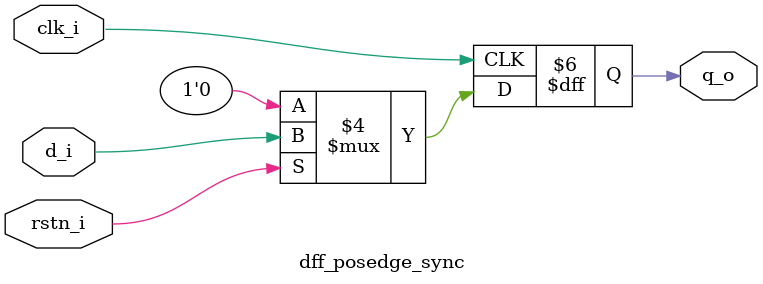
<source format=sv>
`timescale 1ns/1ps

module dff_posedge_sync(
    input logic [0:0] clk_i,
    input logic [0:0] d_i,
    input logic [0:0] rstn_i,
    output logic [0:0] q_o
);

    always_ff @(posedge clk_i) begin
        if (~rstn_i) begin
            q_o <= '0;
        end else begin
            q_o <= d_i;
        end
    end

endmodule



</source>
